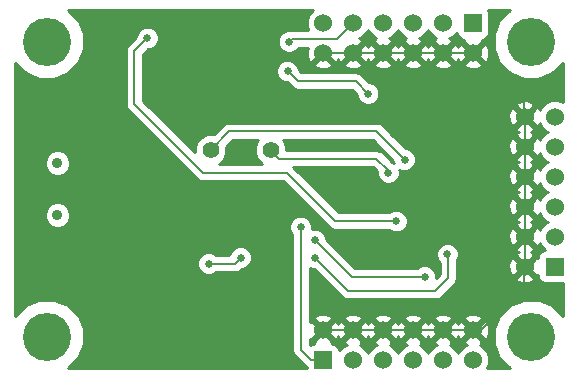
<source format=gbl>
G04 (created by PCBNEW-RS274X (2012-01-19 BZR 3256)-stable) date Fri 05 Oct 2012 12:09:18 PM NZDT*
G01*
G70*
G90*
%MOIN*%
G04 Gerber Fmt 3.4, Leading zero omitted, Abs format*
%FSLAX34Y34*%
G04 APERTURE LIST*
%ADD10C,0.006000*%
%ADD11C,0.056000*%
%ADD12R,0.060000X0.060000*%
%ADD13C,0.060000*%
%ADD14C,0.160000*%
%ADD15C,0.035400*%
%ADD16C,0.025600*%
%ADD17C,0.035000*%
%ADD18C,0.008000*%
%ADD19C,0.010000*%
G04 APERTURE END LIST*
G54D10*
G54D11*
X36823Y-24995D03*
X38823Y-24995D03*
G54D12*
X48296Y-28877D03*
G54D13*
X47296Y-28877D03*
X48296Y-27877D03*
X47296Y-27877D03*
X48296Y-26877D03*
X47296Y-26877D03*
X48296Y-25877D03*
X47296Y-25877D03*
X48296Y-24877D03*
X47296Y-24877D03*
X48296Y-23877D03*
X47296Y-23877D03*
G54D12*
X40571Y-31995D03*
G54D13*
X40571Y-30995D03*
X41571Y-31995D03*
X41571Y-30995D03*
X42571Y-31995D03*
X42571Y-30995D03*
X43571Y-31995D03*
X43571Y-30995D03*
X44571Y-31995D03*
X44571Y-30995D03*
X45571Y-31995D03*
X45571Y-30995D03*
G54D12*
X45571Y-20759D03*
G54D13*
X45571Y-21759D03*
X44571Y-20759D03*
X44571Y-21759D03*
X43571Y-20759D03*
X43571Y-21759D03*
X42571Y-20759D03*
X42571Y-21759D03*
X41571Y-20759D03*
X41571Y-21759D03*
X40571Y-20759D03*
X40571Y-21759D03*
G54D14*
X47508Y-31216D03*
X31366Y-21374D03*
X47508Y-21374D03*
X31366Y-31216D03*
G54D15*
X31720Y-27161D03*
X31720Y-25429D03*
G54D16*
X44713Y-28460D03*
X40303Y-28578D03*
X40303Y-27988D03*
X43965Y-29208D03*
X39437Y-21374D03*
X39397Y-22358D03*
X42075Y-23106D03*
X34712Y-21256D03*
X43020Y-27358D03*
X39831Y-27554D03*
X30775Y-23146D03*
X32941Y-31807D03*
X30775Y-29642D03*
X38138Y-31965D03*
X35303Y-20587D03*
X33138Y-20783D03*
X39437Y-31453D03*
X33610Y-28303D03*
X33610Y-28933D03*
X37823Y-27200D03*
X36288Y-23421D03*
X40303Y-29130D03*
X40579Y-24760D03*
X40579Y-23421D03*
X41327Y-24760D03*
X34752Y-26216D03*
G54D17*
X37862Y-24957D03*
G54D16*
X39673Y-23421D03*
X41366Y-23421D03*
X43295Y-25310D03*
X36760Y-28775D03*
X37823Y-28578D03*
X42744Y-25743D03*
G54D18*
X44320Y-29680D02*
X41405Y-29680D01*
X44752Y-29248D02*
X44320Y-29680D01*
X44752Y-28499D02*
X44752Y-29248D01*
X44713Y-28460D02*
X44752Y-28499D01*
X41405Y-29680D02*
X40303Y-28578D01*
X40304Y-27988D02*
X40303Y-27988D01*
X41524Y-29208D02*
X40304Y-27988D01*
X43965Y-29208D02*
X41524Y-29208D01*
X41043Y-21287D02*
X39524Y-21287D01*
X39524Y-21287D02*
X39437Y-21374D01*
X41035Y-21295D02*
X41043Y-21287D01*
X41043Y-21287D02*
X41571Y-20759D01*
X39732Y-22693D02*
X39397Y-22358D01*
X41662Y-22693D02*
X42075Y-23106D01*
X41642Y-22673D02*
X41662Y-22693D01*
X41662Y-22693D02*
X39732Y-22693D01*
X41563Y-27358D02*
X40972Y-27358D01*
X34279Y-21689D02*
X34712Y-21256D01*
X34279Y-23460D02*
X34279Y-21689D01*
X36563Y-25744D02*
X34279Y-23460D01*
X39358Y-25744D02*
X36563Y-25744D01*
X40972Y-27358D02*
X39358Y-25744D01*
X43020Y-27358D02*
X41563Y-27358D01*
X41563Y-27358D02*
X41524Y-27358D01*
X40177Y-31995D02*
X39831Y-31649D01*
X39831Y-31649D02*
X39831Y-27554D01*
X40571Y-31995D02*
X40177Y-31995D01*
X32351Y-29642D02*
X30775Y-29642D01*
X32941Y-30232D02*
X32351Y-29642D01*
X32941Y-31807D02*
X32941Y-30232D01*
X30775Y-29642D02*
X30775Y-23146D01*
X33138Y-20783D02*
X33334Y-20587D01*
X35303Y-20587D02*
X33334Y-20587D01*
X39437Y-31453D02*
X39437Y-31492D01*
X40571Y-21759D02*
X41571Y-21759D01*
X45658Y-21759D02*
X45571Y-21759D01*
X44571Y-21759D02*
X45571Y-21759D01*
X44571Y-30995D02*
X45571Y-30995D01*
X45571Y-30995D02*
X45586Y-30980D01*
X47296Y-26877D02*
X47296Y-27877D01*
X47296Y-27877D02*
X47296Y-28877D01*
X47296Y-28877D02*
X47272Y-28901D01*
X47272Y-28901D02*
X47272Y-29562D01*
X47272Y-29562D02*
X45839Y-30995D01*
X45839Y-30995D02*
X45571Y-30995D01*
X43571Y-21759D02*
X44571Y-21759D01*
X42571Y-21759D02*
X43571Y-21759D01*
X40571Y-30995D02*
X41571Y-30995D01*
X41571Y-30995D02*
X42571Y-30995D01*
X42571Y-30995D02*
X43571Y-30995D01*
X43571Y-30995D02*
X44571Y-30995D01*
X41571Y-21759D02*
X42571Y-21759D01*
X37823Y-27200D02*
X35146Y-27200D01*
X41327Y-24760D02*
X40579Y-24760D01*
X34752Y-26806D02*
X34752Y-26216D01*
X35146Y-27200D02*
X34752Y-26806D01*
X36288Y-23421D02*
X36272Y-23405D01*
X47284Y-23385D02*
X45658Y-21759D01*
X47284Y-23865D02*
X47284Y-23385D01*
X47296Y-23877D02*
X47284Y-23865D01*
X47296Y-24877D02*
X47296Y-23877D01*
X47296Y-26877D02*
X47296Y-25877D01*
X47296Y-25877D02*
X47296Y-24877D01*
X40579Y-23421D02*
X41366Y-23421D01*
X39673Y-23421D02*
X40579Y-23421D01*
X43295Y-25310D02*
X42350Y-24365D01*
X42350Y-24365D02*
X37453Y-24365D01*
X37453Y-24365D02*
X36823Y-24995D01*
X37626Y-28775D02*
X36760Y-28775D01*
X37823Y-28578D02*
X37626Y-28775D01*
X42744Y-25743D02*
X42744Y-25666D01*
X39100Y-25272D02*
X38823Y-24995D01*
X42350Y-25272D02*
X39100Y-25272D01*
X42744Y-25666D02*
X42350Y-25272D01*
G54D10*
G36*
X38546Y-25454D02*
X37098Y-25454D01*
X37123Y-25444D01*
X37272Y-25296D01*
X37353Y-25101D01*
X37353Y-24890D01*
X37348Y-24879D01*
X37573Y-24655D01*
X38413Y-24655D01*
X38374Y-24694D01*
X38293Y-24889D01*
X38293Y-25100D01*
X38374Y-25295D01*
X38522Y-25444D01*
X38546Y-25454D01*
X38546Y-25454D01*
G37*
G54D19*
X38546Y-25454D02*
X37098Y-25454D01*
X37123Y-25444D01*
X37272Y-25296D01*
X37353Y-25101D01*
X37353Y-24890D01*
X37348Y-24879D01*
X37573Y-24655D01*
X38413Y-24655D01*
X38374Y-24694D01*
X38293Y-24889D01*
X38293Y-25100D01*
X38374Y-25295D01*
X38522Y-25444D01*
X38546Y-25454D01*
G54D10*
G36*
X42927Y-25410D02*
X42877Y-25389D01*
X42555Y-25067D01*
X42461Y-25004D01*
X42350Y-24982D01*
X39353Y-24982D01*
X39353Y-24890D01*
X39272Y-24695D01*
X39232Y-24655D01*
X42230Y-24655D01*
X42917Y-25342D01*
X42917Y-25385D01*
X42927Y-25410D01*
X42927Y-25410D01*
G37*
G54D19*
X42927Y-25410D02*
X42877Y-25389D01*
X42555Y-25067D01*
X42461Y-25004D01*
X42350Y-24982D01*
X39353Y-24982D01*
X39353Y-24890D01*
X39272Y-24695D01*
X39232Y-24655D01*
X42230Y-24655D01*
X42917Y-25342D01*
X42917Y-25385D01*
X42927Y-25410D01*
G54D10*
G36*
X48561Y-30510D02*
X48214Y-30162D01*
X47757Y-29973D01*
X47604Y-29972D01*
X47604Y-29255D01*
X47296Y-28948D01*
X47225Y-29018D01*
X47225Y-28877D01*
X46918Y-28569D01*
X46824Y-28596D01*
X46753Y-28798D01*
X46764Y-29011D01*
X46824Y-29158D01*
X46918Y-29185D01*
X47225Y-28877D01*
X47225Y-29018D01*
X46988Y-29255D01*
X47015Y-29349D01*
X47217Y-29420D01*
X47430Y-29409D01*
X47577Y-29349D01*
X47604Y-29255D01*
X47604Y-29972D01*
X47262Y-29972D01*
X46805Y-30161D01*
X46454Y-30510D01*
X46265Y-30967D01*
X46264Y-31462D01*
X46453Y-31919D01*
X46801Y-32269D01*
X46051Y-32269D01*
X46120Y-32104D01*
X46120Y-31886D01*
X46114Y-31871D01*
X46114Y-31074D01*
X46114Y-21838D01*
X46103Y-21625D01*
X46043Y-21478D01*
X45949Y-21451D01*
X45642Y-21759D01*
X45949Y-22067D01*
X46043Y-22040D01*
X46114Y-21838D01*
X46114Y-31074D01*
X46103Y-30861D01*
X46043Y-30714D01*
X45949Y-30687D01*
X45879Y-30757D01*
X45879Y-30617D01*
X45879Y-22137D01*
X45571Y-21830D01*
X45500Y-21900D01*
X45500Y-21759D01*
X45193Y-21451D01*
X45099Y-21478D01*
X45073Y-21551D01*
X45043Y-21478D01*
X44949Y-21451D01*
X44642Y-21759D01*
X44949Y-22067D01*
X45043Y-22040D01*
X45068Y-21966D01*
X45099Y-22040D01*
X45193Y-22067D01*
X45500Y-21759D01*
X45500Y-21900D01*
X45263Y-22137D01*
X45290Y-22231D01*
X45492Y-22302D01*
X45705Y-22291D01*
X45852Y-22231D01*
X45879Y-22137D01*
X45879Y-30617D01*
X45852Y-30523D01*
X45650Y-30452D01*
X45437Y-30463D01*
X45290Y-30523D01*
X45263Y-30617D01*
X45571Y-30924D01*
X45879Y-30617D01*
X45879Y-30757D01*
X45642Y-30995D01*
X45949Y-31303D01*
X46043Y-31276D01*
X46114Y-31074D01*
X46114Y-31871D01*
X46036Y-31684D01*
X45882Y-31530D01*
X45790Y-31492D01*
X45852Y-31467D01*
X45879Y-31373D01*
X45571Y-31066D01*
X45500Y-31136D01*
X45500Y-30995D01*
X45193Y-30687D01*
X45099Y-30714D01*
X45073Y-30787D01*
X45043Y-30714D01*
X44949Y-30687D01*
X44879Y-30757D01*
X44879Y-30617D01*
X44852Y-30523D01*
X44650Y-30452D01*
X44437Y-30463D01*
X44290Y-30523D01*
X44263Y-30617D01*
X44571Y-30924D01*
X44879Y-30617D01*
X44879Y-30757D01*
X44642Y-30995D01*
X44949Y-31303D01*
X45043Y-31276D01*
X45068Y-31202D01*
X45099Y-31276D01*
X45193Y-31303D01*
X45500Y-30995D01*
X45500Y-31136D01*
X45263Y-31373D01*
X45290Y-31467D01*
X45355Y-31490D01*
X45260Y-31530D01*
X45106Y-31684D01*
X45071Y-31768D01*
X45036Y-31684D01*
X44882Y-31530D01*
X44790Y-31492D01*
X44852Y-31467D01*
X44879Y-31373D01*
X44571Y-31066D01*
X44500Y-31136D01*
X44500Y-30995D01*
X44193Y-30687D01*
X44099Y-30714D01*
X44073Y-30787D01*
X44043Y-30714D01*
X43949Y-30687D01*
X43879Y-30757D01*
X43879Y-30617D01*
X43852Y-30523D01*
X43650Y-30452D01*
X43437Y-30463D01*
X43290Y-30523D01*
X43263Y-30617D01*
X43571Y-30924D01*
X43879Y-30617D01*
X43879Y-30757D01*
X43642Y-30995D01*
X43949Y-31303D01*
X44043Y-31276D01*
X44068Y-31202D01*
X44099Y-31276D01*
X44193Y-31303D01*
X44500Y-30995D01*
X44500Y-31136D01*
X44263Y-31373D01*
X44290Y-31467D01*
X44355Y-31490D01*
X44260Y-31530D01*
X44106Y-31684D01*
X44071Y-31768D01*
X44036Y-31684D01*
X43882Y-31530D01*
X43790Y-31492D01*
X43852Y-31467D01*
X43879Y-31373D01*
X43571Y-31066D01*
X43500Y-31136D01*
X43500Y-30995D01*
X43193Y-30687D01*
X43099Y-30714D01*
X43073Y-30787D01*
X43043Y-30714D01*
X42949Y-30687D01*
X42879Y-30757D01*
X42879Y-30617D01*
X42852Y-30523D01*
X42650Y-30452D01*
X42437Y-30463D01*
X42290Y-30523D01*
X42263Y-30617D01*
X42571Y-30924D01*
X42879Y-30617D01*
X42879Y-30757D01*
X42642Y-30995D01*
X42949Y-31303D01*
X43043Y-31276D01*
X43068Y-31202D01*
X43099Y-31276D01*
X43193Y-31303D01*
X43500Y-30995D01*
X43500Y-31136D01*
X43263Y-31373D01*
X43290Y-31467D01*
X43355Y-31490D01*
X43260Y-31530D01*
X43106Y-31684D01*
X43071Y-31768D01*
X43036Y-31684D01*
X42882Y-31530D01*
X42790Y-31492D01*
X42852Y-31467D01*
X42879Y-31373D01*
X42571Y-31066D01*
X42500Y-31136D01*
X42500Y-30995D01*
X42193Y-30687D01*
X42099Y-30714D01*
X42073Y-30787D01*
X42043Y-30714D01*
X41949Y-30687D01*
X41879Y-30757D01*
X41879Y-30617D01*
X41852Y-30523D01*
X41650Y-30452D01*
X41437Y-30463D01*
X41290Y-30523D01*
X41263Y-30617D01*
X41571Y-30924D01*
X41879Y-30617D01*
X41879Y-30757D01*
X41642Y-30995D01*
X41949Y-31303D01*
X42043Y-31276D01*
X42068Y-31202D01*
X42099Y-31276D01*
X42193Y-31303D01*
X42500Y-30995D01*
X42500Y-31136D01*
X42263Y-31373D01*
X42290Y-31467D01*
X42355Y-31490D01*
X42260Y-31530D01*
X42106Y-31684D01*
X42071Y-31768D01*
X42036Y-31684D01*
X41882Y-31530D01*
X41790Y-31492D01*
X41852Y-31467D01*
X41879Y-31373D01*
X41571Y-31066D01*
X41500Y-31136D01*
X41500Y-30995D01*
X41193Y-30687D01*
X41099Y-30714D01*
X41073Y-30787D01*
X41043Y-30714D01*
X40949Y-30687D01*
X40879Y-30757D01*
X40879Y-30617D01*
X40852Y-30523D01*
X40650Y-30452D01*
X40437Y-30463D01*
X40290Y-30523D01*
X40263Y-30617D01*
X40571Y-30924D01*
X40879Y-30617D01*
X40879Y-30757D01*
X40642Y-30995D01*
X40949Y-31303D01*
X41043Y-31276D01*
X41068Y-31202D01*
X41099Y-31276D01*
X41193Y-31303D01*
X41500Y-30995D01*
X41500Y-31136D01*
X41263Y-31373D01*
X41290Y-31467D01*
X41355Y-31490D01*
X41260Y-31530D01*
X41120Y-31670D01*
X41120Y-31646D01*
X41082Y-31554D01*
X41012Y-31484D01*
X40921Y-31446D01*
X40858Y-31446D01*
X40879Y-31373D01*
X40571Y-31066D01*
X40263Y-31373D01*
X40283Y-31446D01*
X40222Y-31446D01*
X40130Y-31484D01*
X40121Y-31493D01*
X40121Y-31282D01*
X40193Y-31303D01*
X40500Y-30995D01*
X40193Y-30687D01*
X40121Y-30707D01*
X40121Y-28911D01*
X40228Y-28956D01*
X40271Y-28956D01*
X41200Y-29885D01*
X41294Y-29948D01*
X41405Y-29970D01*
X44320Y-29970D01*
X44431Y-29948D01*
X44525Y-29885D01*
X44956Y-29454D01*
X44956Y-29453D01*
X44957Y-29453D01*
X45019Y-29360D01*
X45020Y-29359D01*
X45041Y-29249D01*
X45042Y-29248D01*
X45042Y-28652D01*
X45091Y-28535D01*
X45091Y-28385D01*
X45034Y-28246D01*
X44927Y-28140D01*
X44879Y-28119D01*
X44879Y-22137D01*
X44571Y-21830D01*
X44500Y-21900D01*
X44500Y-21759D01*
X44193Y-21451D01*
X44099Y-21478D01*
X44073Y-21551D01*
X44043Y-21478D01*
X43949Y-21451D01*
X43642Y-21759D01*
X43949Y-22067D01*
X44043Y-22040D01*
X44068Y-21966D01*
X44099Y-22040D01*
X44193Y-22067D01*
X44500Y-21759D01*
X44500Y-21900D01*
X44263Y-22137D01*
X44290Y-22231D01*
X44492Y-22302D01*
X44705Y-22291D01*
X44852Y-22231D01*
X44879Y-22137D01*
X44879Y-28119D01*
X44788Y-28082D01*
X44638Y-28082D01*
X44499Y-28139D01*
X44393Y-28246D01*
X44335Y-28385D01*
X44335Y-28535D01*
X44392Y-28674D01*
X44462Y-28743D01*
X44462Y-29128D01*
X44343Y-29247D01*
X44343Y-29133D01*
X44286Y-28994D01*
X44179Y-28888D01*
X44040Y-28830D01*
X43890Y-28830D01*
X43879Y-28834D01*
X43879Y-22137D01*
X43571Y-21830D01*
X43500Y-21900D01*
X43500Y-21759D01*
X43193Y-21451D01*
X43099Y-21478D01*
X43073Y-21551D01*
X43043Y-21478D01*
X42949Y-21451D01*
X42642Y-21759D01*
X42949Y-22067D01*
X43043Y-22040D01*
X43068Y-21966D01*
X43099Y-22040D01*
X43193Y-22067D01*
X43500Y-21759D01*
X43500Y-21900D01*
X43263Y-22137D01*
X43290Y-22231D01*
X43492Y-22302D01*
X43705Y-22291D01*
X43852Y-22231D01*
X43879Y-22137D01*
X43879Y-28834D01*
X43751Y-28887D01*
X43720Y-28918D01*
X43673Y-28918D01*
X43673Y-25385D01*
X43673Y-25235D01*
X43616Y-25096D01*
X43509Y-24990D01*
X43370Y-24932D01*
X43327Y-24932D01*
X42879Y-24484D01*
X42879Y-22137D01*
X42571Y-21830D01*
X42500Y-21900D01*
X42500Y-21759D01*
X42193Y-21451D01*
X42099Y-21478D01*
X42073Y-21551D01*
X42043Y-21478D01*
X41949Y-21451D01*
X41642Y-21759D01*
X41949Y-22067D01*
X42043Y-22040D01*
X42068Y-21966D01*
X42099Y-22040D01*
X42193Y-22067D01*
X42500Y-21759D01*
X42500Y-21900D01*
X42263Y-22137D01*
X42290Y-22231D01*
X42492Y-22302D01*
X42705Y-22291D01*
X42852Y-22231D01*
X42879Y-22137D01*
X42879Y-24484D01*
X42555Y-24160D01*
X42461Y-24097D01*
X42453Y-24095D01*
X42453Y-23181D01*
X42453Y-23031D01*
X42396Y-22892D01*
X42289Y-22786D01*
X42150Y-22728D01*
X42107Y-22728D01*
X41879Y-22500D01*
X41879Y-22137D01*
X41571Y-21830D01*
X41263Y-22137D01*
X41290Y-22231D01*
X41492Y-22302D01*
X41705Y-22291D01*
X41852Y-22231D01*
X41879Y-22137D01*
X41879Y-22500D01*
X41867Y-22488D01*
X41847Y-22468D01*
X41753Y-22405D01*
X41642Y-22383D01*
X41541Y-22403D01*
X40879Y-22403D01*
X40879Y-22137D01*
X40571Y-21830D01*
X40263Y-22137D01*
X40290Y-22231D01*
X40492Y-22302D01*
X40705Y-22291D01*
X40852Y-22231D01*
X40879Y-22137D01*
X40879Y-22403D01*
X39852Y-22403D01*
X39775Y-22325D01*
X39775Y-22283D01*
X39718Y-22144D01*
X39611Y-22038D01*
X39472Y-21980D01*
X39322Y-21980D01*
X39183Y-22037D01*
X39077Y-22144D01*
X39019Y-22283D01*
X39019Y-22433D01*
X39076Y-22572D01*
X39183Y-22678D01*
X39322Y-22736D01*
X39364Y-22736D01*
X39526Y-22898D01*
X39527Y-22898D01*
X39589Y-22939D01*
X39620Y-22960D01*
X39621Y-22961D01*
X39731Y-22982D01*
X39732Y-22983D01*
X41542Y-22983D01*
X41697Y-23138D01*
X41697Y-23181D01*
X41754Y-23320D01*
X41861Y-23426D01*
X42000Y-23484D01*
X42150Y-23484D01*
X42289Y-23427D01*
X42395Y-23320D01*
X42453Y-23181D01*
X42453Y-24095D01*
X42350Y-24075D01*
X37453Y-24075D01*
X37342Y-24097D01*
X37248Y-24160D01*
X37247Y-24160D01*
X37247Y-24161D01*
X36938Y-24469D01*
X36929Y-24465D01*
X36718Y-24465D01*
X36523Y-24546D01*
X36374Y-24694D01*
X36293Y-24889D01*
X36293Y-25064D01*
X34569Y-23340D01*
X34569Y-21809D01*
X34744Y-21634D01*
X34787Y-21634D01*
X34926Y-21577D01*
X35032Y-21470D01*
X35090Y-21331D01*
X35090Y-21181D01*
X35033Y-21042D01*
X34926Y-20936D01*
X34787Y-20878D01*
X34637Y-20878D01*
X34498Y-20935D01*
X34392Y-21042D01*
X34334Y-21181D01*
X34334Y-21224D01*
X34074Y-21484D01*
X34011Y-21578D01*
X33989Y-21689D01*
X33989Y-23460D01*
X34011Y-23571D01*
X34074Y-23665D01*
X36358Y-25949D01*
X36452Y-26012D01*
X36563Y-26034D01*
X39238Y-26034D01*
X40767Y-27563D01*
X40861Y-27626D01*
X40972Y-27648D01*
X41524Y-27648D01*
X41563Y-27648D01*
X42775Y-27648D01*
X42806Y-27678D01*
X42945Y-27736D01*
X43095Y-27736D01*
X43234Y-27679D01*
X43340Y-27572D01*
X43398Y-27433D01*
X43398Y-27283D01*
X43341Y-27144D01*
X43234Y-27038D01*
X43095Y-26980D01*
X42945Y-26980D01*
X42806Y-27037D01*
X42775Y-27068D01*
X41563Y-27068D01*
X41524Y-27068D01*
X41092Y-27068D01*
X39586Y-25562D01*
X42230Y-25562D01*
X42366Y-25698D01*
X42366Y-25818D01*
X42423Y-25957D01*
X42530Y-26063D01*
X42669Y-26121D01*
X42819Y-26121D01*
X42958Y-26064D01*
X43064Y-25957D01*
X43122Y-25818D01*
X43122Y-25668D01*
X43111Y-25642D01*
X43220Y-25688D01*
X43370Y-25688D01*
X43509Y-25631D01*
X43615Y-25524D01*
X43673Y-25385D01*
X43673Y-28918D01*
X41644Y-28918D01*
X40681Y-27955D01*
X40681Y-27913D01*
X40624Y-27774D01*
X40517Y-27668D01*
X40378Y-27610D01*
X40228Y-27610D01*
X40209Y-27617D01*
X40209Y-27479D01*
X40152Y-27340D01*
X40045Y-27234D01*
X39906Y-27176D01*
X39756Y-27176D01*
X39617Y-27233D01*
X39511Y-27340D01*
X39453Y-27479D01*
X39453Y-27629D01*
X39510Y-27768D01*
X39541Y-27798D01*
X39541Y-31649D01*
X39563Y-31760D01*
X39626Y-31854D01*
X39972Y-32200D01*
X40022Y-32233D01*
X40022Y-32269D01*
X38201Y-32269D01*
X38201Y-28653D01*
X38201Y-28503D01*
X38144Y-28364D01*
X38037Y-28258D01*
X37898Y-28200D01*
X37748Y-28200D01*
X37609Y-28257D01*
X37503Y-28364D01*
X37452Y-28485D01*
X37004Y-28485D01*
X36974Y-28455D01*
X36835Y-28397D01*
X36685Y-28397D01*
X36546Y-28454D01*
X36440Y-28561D01*
X36382Y-28700D01*
X36382Y-28850D01*
X36439Y-28989D01*
X36546Y-29095D01*
X36685Y-29153D01*
X36835Y-29153D01*
X36974Y-29096D01*
X37004Y-29065D01*
X37626Y-29065D01*
X37737Y-29043D01*
X37831Y-28980D01*
X37855Y-28956D01*
X37898Y-28956D01*
X38037Y-28899D01*
X38143Y-28792D01*
X38201Y-28653D01*
X38201Y-32269D01*
X32071Y-32269D01*
X32420Y-31922D01*
X32609Y-31465D01*
X32610Y-30970D01*
X32421Y-30513D01*
X32147Y-30237D01*
X32147Y-27247D01*
X32147Y-27077D01*
X32147Y-25515D01*
X32147Y-25345D01*
X32082Y-25188D01*
X31963Y-25068D01*
X31806Y-25002D01*
X31636Y-25002D01*
X31479Y-25067D01*
X31359Y-25186D01*
X31293Y-25343D01*
X31293Y-25513D01*
X31358Y-25670D01*
X31477Y-25790D01*
X31634Y-25856D01*
X31804Y-25856D01*
X31961Y-25791D01*
X32081Y-25672D01*
X32147Y-25515D01*
X32147Y-27077D01*
X32082Y-26920D01*
X31963Y-26800D01*
X31806Y-26734D01*
X31636Y-26734D01*
X31479Y-26799D01*
X31359Y-26918D01*
X31293Y-27075D01*
X31293Y-27245D01*
X31358Y-27402D01*
X31477Y-27522D01*
X31634Y-27588D01*
X31804Y-27588D01*
X31961Y-27523D01*
X32081Y-27404D01*
X32147Y-27247D01*
X32147Y-30237D01*
X32072Y-30162D01*
X31615Y-29973D01*
X31120Y-29972D01*
X30663Y-30161D01*
X30313Y-30509D01*
X30313Y-22079D01*
X30660Y-22428D01*
X31117Y-22617D01*
X31612Y-22618D01*
X32069Y-22429D01*
X32420Y-22080D01*
X32609Y-21623D01*
X32610Y-21128D01*
X32421Y-20671D01*
X32072Y-20321D01*
X40233Y-20321D01*
X40106Y-20448D01*
X40022Y-20650D01*
X40022Y-20868D01*
X40075Y-20997D01*
X39524Y-20997D01*
X39517Y-20998D01*
X39512Y-20996D01*
X39362Y-20996D01*
X39223Y-21053D01*
X39117Y-21160D01*
X39059Y-21299D01*
X39059Y-21449D01*
X39116Y-21588D01*
X39223Y-21694D01*
X39362Y-21752D01*
X39512Y-21752D01*
X39651Y-21695D01*
X39757Y-21588D01*
X39761Y-21577D01*
X40064Y-21577D01*
X40028Y-21680D01*
X40039Y-21893D01*
X40099Y-22040D01*
X40193Y-22067D01*
X40465Y-21794D01*
X40500Y-21759D01*
X40571Y-21688D01*
X40642Y-21759D01*
X40677Y-21794D01*
X40949Y-22067D01*
X41043Y-22040D01*
X41068Y-21966D01*
X41099Y-22040D01*
X41193Y-22067D01*
X41465Y-21794D01*
X41500Y-21759D01*
X41571Y-21688D01*
X41606Y-21653D01*
X41879Y-21381D01*
X41852Y-21287D01*
X41786Y-21263D01*
X41882Y-21224D01*
X42036Y-21070D01*
X42071Y-20985D01*
X42106Y-21070D01*
X42260Y-21224D01*
X42351Y-21261D01*
X42290Y-21287D01*
X42263Y-21381D01*
X42571Y-21688D01*
X42879Y-21381D01*
X42852Y-21287D01*
X42786Y-21263D01*
X42882Y-21224D01*
X43036Y-21070D01*
X43071Y-20985D01*
X43106Y-21070D01*
X43260Y-21224D01*
X43351Y-21261D01*
X43290Y-21287D01*
X43263Y-21381D01*
X43571Y-21688D01*
X43879Y-21381D01*
X43852Y-21287D01*
X43786Y-21263D01*
X43882Y-21224D01*
X44036Y-21070D01*
X44071Y-20985D01*
X44106Y-21070D01*
X44260Y-21224D01*
X44351Y-21261D01*
X44290Y-21287D01*
X44263Y-21381D01*
X44571Y-21688D01*
X44879Y-21381D01*
X44852Y-21287D01*
X44786Y-21263D01*
X44882Y-21224D01*
X45022Y-21084D01*
X45022Y-21108D01*
X45060Y-21200D01*
X45130Y-21270D01*
X45221Y-21308D01*
X45283Y-21308D01*
X45263Y-21381D01*
X45571Y-21688D01*
X45879Y-21381D01*
X45858Y-21308D01*
X45920Y-21308D01*
X46012Y-21270D01*
X46082Y-21200D01*
X46120Y-21109D01*
X46120Y-21010D01*
X46120Y-20410D01*
X46083Y-20321D01*
X46802Y-20321D01*
X46454Y-20668D01*
X46265Y-21125D01*
X46264Y-21620D01*
X46453Y-22077D01*
X46802Y-22428D01*
X47259Y-22617D01*
X47754Y-22618D01*
X48211Y-22429D01*
X48561Y-22080D01*
X48561Y-23392D01*
X48405Y-23328D01*
X48187Y-23328D01*
X47985Y-23412D01*
X47831Y-23566D01*
X47793Y-23657D01*
X47768Y-23596D01*
X47674Y-23569D01*
X47604Y-23639D01*
X47604Y-23499D01*
X47577Y-23405D01*
X47375Y-23334D01*
X47162Y-23345D01*
X47015Y-23405D01*
X46988Y-23499D01*
X47296Y-23806D01*
X47604Y-23499D01*
X47604Y-23639D01*
X47367Y-23877D01*
X47674Y-24185D01*
X47768Y-24158D01*
X47791Y-24092D01*
X47831Y-24188D01*
X47985Y-24342D01*
X48069Y-24377D01*
X47985Y-24412D01*
X47831Y-24566D01*
X47793Y-24657D01*
X47768Y-24596D01*
X47674Y-24569D01*
X47604Y-24639D01*
X47604Y-24499D01*
X47577Y-24405D01*
X47503Y-24379D01*
X47577Y-24349D01*
X47604Y-24255D01*
X47296Y-23948D01*
X47225Y-24018D01*
X47225Y-23877D01*
X46918Y-23569D01*
X46824Y-23596D01*
X46753Y-23798D01*
X46764Y-24011D01*
X46824Y-24158D01*
X46918Y-24185D01*
X47225Y-23877D01*
X47225Y-24018D01*
X46988Y-24255D01*
X47015Y-24349D01*
X47088Y-24374D01*
X47015Y-24405D01*
X46988Y-24499D01*
X47296Y-24806D01*
X47604Y-24499D01*
X47604Y-24639D01*
X47367Y-24877D01*
X47674Y-25185D01*
X47768Y-25158D01*
X47791Y-25092D01*
X47831Y-25188D01*
X47985Y-25342D01*
X48069Y-25377D01*
X47985Y-25412D01*
X47831Y-25566D01*
X47793Y-25657D01*
X47768Y-25596D01*
X47674Y-25569D01*
X47604Y-25639D01*
X47604Y-25499D01*
X47577Y-25405D01*
X47503Y-25379D01*
X47577Y-25349D01*
X47604Y-25255D01*
X47296Y-24948D01*
X47225Y-25018D01*
X47225Y-24877D01*
X46918Y-24569D01*
X46824Y-24596D01*
X46753Y-24798D01*
X46764Y-25011D01*
X46824Y-25158D01*
X46918Y-25185D01*
X47225Y-24877D01*
X47225Y-25018D01*
X46988Y-25255D01*
X47015Y-25349D01*
X47088Y-25374D01*
X47015Y-25405D01*
X46988Y-25499D01*
X47296Y-25806D01*
X47604Y-25499D01*
X47604Y-25639D01*
X47367Y-25877D01*
X47674Y-26185D01*
X47768Y-26158D01*
X47791Y-26092D01*
X47831Y-26188D01*
X47985Y-26342D01*
X48069Y-26377D01*
X47985Y-26412D01*
X47831Y-26566D01*
X47793Y-26657D01*
X47768Y-26596D01*
X47674Y-26569D01*
X47604Y-26639D01*
X47604Y-26499D01*
X47577Y-26405D01*
X47503Y-26379D01*
X47577Y-26349D01*
X47604Y-26255D01*
X47296Y-25948D01*
X47225Y-26018D01*
X47225Y-25877D01*
X46918Y-25569D01*
X46824Y-25596D01*
X46753Y-25798D01*
X46764Y-26011D01*
X46824Y-26158D01*
X46918Y-26185D01*
X47225Y-25877D01*
X47225Y-26018D01*
X46988Y-26255D01*
X47015Y-26349D01*
X47088Y-26374D01*
X47015Y-26405D01*
X46988Y-26499D01*
X47296Y-26806D01*
X47604Y-26499D01*
X47604Y-26639D01*
X47367Y-26877D01*
X47674Y-27185D01*
X47768Y-27158D01*
X47791Y-27092D01*
X47831Y-27188D01*
X47985Y-27342D01*
X48069Y-27377D01*
X47985Y-27412D01*
X47831Y-27566D01*
X47793Y-27657D01*
X47768Y-27596D01*
X47674Y-27569D01*
X47604Y-27639D01*
X47604Y-27499D01*
X47577Y-27405D01*
X47503Y-27379D01*
X47577Y-27349D01*
X47604Y-27255D01*
X47296Y-26948D01*
X47225Y-27018D01*
X47225Y-26877D01*
X46918Y-26569D01*
X46824Y-26596D01*
X46753Y-26798D01*
X46764Y-27011D01*
X46824Y-27158D01*
X46918Y-27185D01*
X47225Y-26877D01*
X47225Y-27018D01*
X46988Y-27255D01*
X47015Y-27349D01*
X47088Y-27374D01*
X47015Y-27405D01*
X46988Y-27499D01*
X47296Y-27806D01*
X47604Y-27499D01*
X47604Y-27639D01*
X47367Y-27877D01*
X47674Y-28185D01*
X47768Y-28158D01*
X47791Y-28092D01*
X47831Y-28188D01*
X47971Y-28328D01*
X47947Y-28328D01*
X47855Y-28366D01*
X47785Y-28436D01*
X47747Y-28527D01*
X47747Y-28589D01*
X47674Y-28569D01*
X47604Y-28639D01*
X47604Y-28499D01*
X47577Y-28405D01*
X47503Y-28379D01*
X47577Y-28349D01*
X47604Y-28255D01*
X47296Y-27948D01*
X47225Y-28018D01*
X47225Y-27877D01*
X46918Y-27569D01*
X46824Y-27596D01*
X46753Y-27798D01*
X46764Y-28011D01*
X46824Y-28158D01*
X46918Y-28185D01*
X47225Y-27877D01*
X47225Y-28018D01*
X46988Y-28255D01*
X47015Y-28349D01*
X47088Y-28374D01*
X47015Y-28405D01*
X46988Y-28499D01*
X47296Y-28806D01*
X47604Y-28499D01*
X47604Y-28639D01*
X47367Y-28877D01*
X47674Y-29185D01*
X47747Y-29164D01*
X47747Y-29226D01*
X47785Y-29318D01*
X47855Y-29388D01*
X47946Y-29426D01*
X48045Y-29426D01*
X48561Y-29426D01*
X48561Y-30510D01*
X48561Y-30510D01*
G37*
G54D19*
X48561Y-30510D02*
X48214Y-30162D01*
X47757Y-29973D01*
X47604Y-29972D01*
X47604Y-29255D01*
X47296Y-28948D01*
X47225Y-29018D01*
X47225Y-28877D01*
X46918Y-28569D01*
X46824Y-28596D01*
X46753Y-28798D01*
X46764Y-29011D01*
X46824Y-29158D01*
X46918Y-29185D01*
X47225Y-28877D01*
X47225Y-29018D01*
X46988Y-29255D01*
X47015Y-29349D01*
X47217Y-29420D01*
X47430Y-29409D01*
X47577Y-29349D01*
X47604Y-29255D01*
X47604Y-29972D01*
X47262Y-29972D01*
X46805Y-30161D01*
X46454Y-30510D01*
X46265Y-30967D01*
X46264Y-31462D01*
X46453Y-31919D01*
X46801Y-32269D01*
X46051Y-32269D01*
X46120Y-32104D01*
X46120Y-31886D01*
X46114Y-31871D01*
X46114Y-31074D01*
X46114Y-21838D01*
X46103Y-21625D01*
X46043Y-21478D01*
X45949Y-21451D01*
X45642Y-21759D01*
X45949Y-22067D01*
X46043Y-22040D01*
X46114Y-21838D01*
X46114Y-31074D01*
X46103Y-30861D01*
X46043Y-30714D01*
X45949Y-30687D01*
X45879Y-30757D01*
X45879Y-30617D01*
X45879Y-22137D01*
X45571Y-21830D01*
X45500Y-21900D01*
X45500Y-21759D01*
X45193Y-21451D01*
X45099Y-21478D01*
X45073Y-21551D01*
X45043Y-21478D01*
X44949Y-21451D01*
X44642Y-21759D01*
X44949Y-22067D01*
X45043Y-22040D01*
X45068Y-21966D01*
X45099Y-22040D01*
X45193Y-22067D01*
X45500Y-21759D01*
X45500Y-21900D01*
X45263Y-22137D01*
X45290Y-22231D01*
X45492Y-22302D01*
X45705Y-22291D01*
X45852Y-22231D01*
X45879Y-22137D01*
X45879Y-30617D01*
X45852Y-30523D01*
X45650Y-30452D01*
X45437Y-30463D01*
X45290Y-30523D01*
X45263Y-30617D01*
X45571Y-30924D01*
X45879Y-30617D01*
X45879Y-30757D01*
X45642Y-30995D01*
X45949Y-31303D01*
X46043Y-31276D01*
X46114Y-31074D01*
X46114Y-31871D01*
X46036Y-31684D01*
X45882Y-31530D01*
X45790Y-31492D01*
X45852Y-31467D01*
X45879Y-31373D01*
X45571Y-31066D01*
X45500Y-31136D01*
X45500Y-30995D01*
X45193Y-30687D01*
X45099Y-30714D01*
X45073Y-30787D01*
X45043Y-30714D01*
X44949Y-30687D01*
X44879Y-30757D01*
X44879Y-30617D01*
X44852Y-30523D01*
X44650Y-30452D01*
X44437Y-30463D01*
X44290Y-30523D01*
X44263Y-30617D01*
X44571Y-30924D01*
X44879Y-30617D01*
X44879Y-30757D01*
X44642Y-30995D01*
X44949Y-31303D01*
X45043Y-31276D01*
X45068Y-31202D01*
X45099Y-31276D01*
X45193Y-31303D01*
X45500Y-30995D01*
X45500Y-31136D01*
X45263Y-31373D01*
X45290Y-31467D01*
X45355Y-31490D01*
X45260Y-31530D01*
X45106Y-31684D01*
X45071Y-31768D01*
X45036Y-31684D01*
X44882Y-31530D01*
X44790Y-31492D01*
X44852Y-31467D01*
X44879Y-31373D01*
X44571Y-31066D01*
X44500Y-31136D01*
X44500Y-30995D01*
X44193Y-30687D01*
X44099Y-30714D01*
X44073Y-30787D01*
X44043Y-30714D01*
X43949Y-30687D01*
X43879Y-30757D01*
X43879Y-30617D01*
X43852Y-30523D01*
X43650Y-30452D01*
X43437Y-30463D01*
X43290Y-30523D01*
X43263Y-30617D01*
X43571Y-30924D01*
X43879Y-30617D01*
X43879Y-30757D01*
X43642Y-30995D01*
X43949Y-31303D01*
X44043Y-31276D01*
X44068Y-31202D01*
X44099Y-31276D01*
X44193Y-31303D01*
X44500Y-30995D01*
X44500Y-31136D01*
X44263Y-31373D01*
X44290Y-31467D01*
X44355Y-31490D01*
X44260Y-31530D01*
X44106Y-31684D01*
X44071Y-31768D01*
X44036Y-31684D01*
X43882Y-31530D01*
X43790Y-31492D01*
X43852Y-31467D01*
X43879Y-31373D01*
X43571Y-31066D01*
X43500Y-31136D01*
X43500Y-30995D01*
X43193Y-30687D01*
X43099Y-30714D01*
X43073Y-30787D01*
X43043Y-30714D01*
X42949Y-30687D01*
X42879Y-30757D01*
X42879Y-30617D01*
X42852Y-30523D01*
X42650Y-30452D01*
X42437Y-30463D01*
X42290Y-30523D01*
X42263Y-30617D01*
X42571Y-30924D01*
X42879Y-30617D01*
X42879Y-30757D01*
X42642Y-30995D01*
X42949Y-31303D01*
X43043Y-31276D01*
X43068Y-31202D01*
X43099Y-31276D01*
X43193Y-31303D01*
X43500Y-30995D01*
X43500Y-31136D01*
X43263Y-31373D01*
X43290Y-31467D01*
X43355Y-31490D01*
X43260Y-31530D01*
X43106Y-31684D01*
X43071Y-31768D01*
X43036Y-31684D01*
X42882Y-31530D01*
X42790Y-31492D01*
X42852Y-31467D01*
X42879Y-31373D01*
X42571Y-31066D01*
X42500Y-31136D01*
X42500Y-30995D01*
X42193Y-30687D01*
X42099Y-30714D01*
X42073Y-30787D01*
X42043Y-30714D01*
X41949Y-30687D01*
X41879Y-30757D01*
X41879Y-30617D01*
X41852Y-30523D01*
X41650Y-30452D01*
X41437Y-30463D01*
X41290Y-30523D01*
X41263Y-30617D01*
X41571Y-30924D01*
X41879Y-30617D01*
X41879Y-30757D01*
X41642Y-30995D01*
X41949Y-31303D01*
X42043Y-31276D01*
X42068Y-31202D01*
X42099Y-31276D01*
X42193Y-31303D01*
X42500Y-30995D01*
X42500Y-31136D01*
X42263Y-31373D01*
X42290Y-31467D01*
X42355Y-31490D01*
X42260Y-31530D01*
X42106Y-31684D01*
X42071Y-31768D01*
X42036Y-31684D01*
X41882Y-31530D01*
X41790Y-31492D01*
X41852Y-31467D01*
X41879Y-31373D01*
X41571Y-31066D01*
X41500Y-31136D01*
X41500Y-30995D01*
X41193Y-30687D01*
X41099Y-30714D01*
X41073Y-30787D01*
X41043Y-30714D01*
X40949Y-30687D01*
X40879Y-30757D01*
X40879Y-30617D01*
X40852Y-30523D01*
X40650Y-30452D01*
X40437Y-30463D01*
X40290Y-30523D01*
X40263Y-30617D01*
X40571Y-30924D01*
X40879Y-30617D01*
X40879Y-30757D01*
X40642Y-30995D01*
X40949Y-31303D01*
X41043Y-31276D01*
X41068Y-31202D01*
X41099Y-31276D01*
X41193Y-31303D01*
X41500Y-30995D01*
X41500Y-31136D01*
X41263Y-31373D01*
X41290Y-31467D01*
X41355Y-31490D01*
X41260Y-31530D01*
X41120Y-31670D01*
X41120Y-31646D01*
X41082Y-31554D01*
X41012Y-31484D01*
X40921Y-31446D01*
X40858Y-31446D01*
X40879Y-31373D01*
X40571Y-31066D01*
X40263Y-31373D01*
X40283Y-31446D01*
X40222Y-31446D01*
X40130Y-31484D01*
X40121Y-31493D01*
X40121Y-31282D01*
X40193Y-31303D01*
X40500Y-30995D01*
X40193Y-30687D01*
X40121Y-30707D01*
X40121Y-28911D01*
X40228Y-28956D01*
X40271Y-28956D01*
X41200Y-29885D01*
X41294Y-29948D01*
X41405Y-29970D01*
X44320Y-29970D01*
X44431Y-29948D01*
X44525Y-29885D01*
X44956Y-29454D01*
X44956Y-29453D01*
X44957Y-29453D01*
X45019Y-29360D01*
X45020Y-29359D01*
X45041Y-29249D01*
X45042Y-29248D01*
X45042Y-28652D01*
X45091Y-28535D01*
X45091Y-28385D01*
X45034Y-28246D01*
X44927Y-28140D01*
X44879Y-28119D01*
X44879Y-22137D01*
X44571Y-21830D01*
X44500Y-21900D01*
X44500Y-21759D01*
X44193Y-21451D01*
X44099Y-21478D01*
X44073Y-21551D01*
X44043Y-21478D01*
X43949Y-21451D01*
X43642Y-21759D01*
X43949Y-22067D01*
X44043Y-22040D01*
X44068Y-21966D01*
X44099Y-22040D01*
X44193Y-22067D01*
X44500Y-21759D01*
X44500Y-21900D01*
X44263Y-22137D01*
X44290Y-22231D01*
X44492Y-22302D01*
X44705Y-22291D01*
X44852Y-22231D01*
X44879Y-22137D01*
X44879Y-28119D01*
X44788Y-28082D01*
X44638Y-28082D01*
X44499Y-28139D01*
X44393Y-28246D01*
X44335Y-28385D01*
X44335Y-28535D01*
X44392Y-28674D01*
X44462Y-28743D01*
X44462Y-29128D01*
X44343Y-29247D01*
X44343Y-29133D01*
X44286Y-28994D01*
X44179Y-28888D01*
X44040Y-28830D01*
X43890Y-28830D01*
X43879Y-28834D01*
X43879Y-22137D01*
X43571Y-21830D01*
X43500Y-21900D01*
X43500Y-21759D01*
X43193Y-21451D01*
X43099Y-21478D01*
X43073Y-21551D01*
X43043Y-21478D01*
X42949Y-21451D01*
X42642Y-21759D01*
X42949Y-22067D01*
X43043Y-22040D01*
X43068Y-21966D01*
X43099Y-22040D01*
X43193Y-22067D01*
X43500Y-21759D01*
X43500Y-21900D01*
X43263Y-22137D01*
X43290Y-22231D01*
X43492Y-22302D01*
X43705Y-22291D01*
X43852Y-22231D01*
X43879Y-22137D01*
X43879Y-28834D01*
X43751Y-28887D01*
X43720Y-28918D01*
X43673Y-28918D01*
X43673Y-25385D01*
X43673Y-25235D01*
X43616Y-25096D01*
X43509Y-24990D01*
X43370Y-24932D01*
X43327Y-24932D01*
X42879Y-24484D01*
X42879Y-22137D01*
X42571Y-21830D01*
X42500Y-21900D01*
X42500Y-21759D01*
X42193Y-21451D01*
X42099Y-21478D01*
X42073Y-21551D01*
X42043Y-21478D01*
X41949Y-21451D01*
X41642Y-21759D01*
X41949Y-22067D01*
X42043Y-22040D01*
X42068Y-21966D01*
X42099Y-22040D01*
X42193Y-22067D01*
X42500Y-21759D01*
X42500Y-21900D01*
X42263Y-22137D01*
X42290Y-22231D01*
X42492Y-22302D01*
X42705Y-22291D01*
X42852Y-22231D01*
X42879Y-22137D01*
X42879Y-24484D01*
X42555Y-24160D01*
X42461Y-24097D01*
X42453Y-24095D01*
X42453Y-23181D01*
X42453Y-23031D01*
X42396Y-22892D01*
X42289Y-22786D01*
X42150Y-22728D01*
X42107Y-22728D01*
X41879Y-22500D01*
X41879Y-22137D01*
X41571Y-21830D01*
X41263Y-22137D01*
X41290Y-22231D01*
X41492Y-22302D01*
X41705Y-22291D01*
X41852Y-22231D01*
X41879Y-22137D01*
X41879Y-22500D01*
X41867Y-22488D01*
X41847Y-22468D01*
X41753Y-22405D01*
X41642Y-22383D01*
X41541Y-22403D01*
X40879Y-22403D01*
X40879Y-22137D01*
X40571Y-21830D01*
X40263Y-22137D01*
X40290Y-22231D01*
X40492Y-22302D01*
X40705Y-22291D01*
X40852Y-22231D01*
X40879Y-22137D01*
X40879Y-22403D01*
X39852Y-22403D01*
X39775Y-22325D01*
X39775Y-22283D01*
X39718Y-22144D01*
X39611Y-22038D01*
X39472Y-21980D01*
X39322Y-21980D01*
X39183Y-22037D01*
X39077Y-22144D01*
X39019Y-22283D01*
X39019Y-22433D01*
X39076Y-22572D01*
X39183Y-22678D01*
X39322Y-22736D01*
X39364Y-22736D01*
X39526Y-22898D01*
X39527Y-22898D01*
X39589Y-22939D01*
X39620Y-22960D01*
X39621Y-22961D01*
X39731Y-22982D01*
X39732Y-22983D01*
X41542Y-22983D01*
X41697Y-23138D01*
X41697Y-23181D01*
X41754Y-23320D01*
X41861Y-23426D01*
X42000Y-23484D01*
X42150Y-23484D01*
X42289Y-23427D01*
X42395Y-23320D01*
X42453Y-23181D01*
X42453Y-24095D01*
X42350Y-24075D01*
X37453Y-24075D01*
X37342Y-24097D01*
X37248Y-24160D01*
X37247Y-24160D01*
X37247Y-24161D01*
X36938Y-24469D01*
X36929Y-24465D01*
X36718Y-24465D01*
X36523Y-24546D01*
X36374Y-24694D01*
X36293Y-24889D01*
X36293Y-25064D01*
X34569Y-23340D01*
X34569Y-21809D01*
X34744Y-21634D01*
X34787Y-21634D01*
X34926Y-21577D01*
X35032Y-21470D01*
X35090Y-21331D01*
X35090Y-21181D01*
X35033Y-21042D01*
X34926Y-20936D01*
X34787Y-20878D01*
X34637Y-20878D01*
X34498Y-20935D01*
X34392Y-21042D01*
X34334Y-21181D01*
X34334Y-21224D01*
X34074Y-21484D01*
X34011Y-21578D01*
X33989Y-21689D01*
X33989Y-23460D01*
X34011Y-23571D01*
X34074Y-23665D01*
X36358Y-25949D01*
X36452Y-26012D01*
X36563Y-26034D01*
X39238Y-26034D01*
X40767Y-27563D01*
X40861Y-27626D01*
X40972Y-27648D01*
X41524Y-27648D01*
X41563Y-27648D01*
X42775Y-27648D01*
X42806Y-27678D01*
X42945Y-27736D01*
X43095Y-27736D01*
X43234Y-27679D01*
X43340Y-27572D01*
X43398Y-27433D01*
X43398Y-27283D01*
X43341Y-27144D01*
X43234Y-27038D01*
X43095Y-26980D01*
X42945Y-26980D01*
X42806Y-27037D01*
X42775Y-27068D01*
X41563Y-27068D01*
X41524Y-27068D01*
X41092Y-27068D01*
X39586Y-25562D01*
X42230Y-25562D01*
X42366Y-25698D01*
X42366Y-25818D01*
X42423Y-25957D01*
X42530Y-26063D01*
X42669Y-26121D01*
X42819Y-26121D01*
X42958Y-26064D01*
X43064Y-25957D01*
X43122Y-25818D01*
X43122Y-25668D01*
X43111Y-25642D01*
X43220Y-25688D01*
X43370Y-25688D01*
X43509Y-25631D01*
X43615Y-25524D01*
X43673Y-25385D01*
X43673Y-28918D01*
X41644Y-28918D01*
X40681Y-27955D01*
X40681Y-27913D01*
X40624Y-27774D01*
X40517Y-27668D01*
X40378Y-27610D01*
X40228Y-27610D01*
X40209Y-27617D01*
X40209Y-27479D01*
X40152Y-27340D01*
X40045Y-27234D01*
X39906Y-27176D01*
X39756Y-27176D01*
X39617Y-27233D01*
X39511Y-27340D01*
X39453Y-27479D01*
X39453Y-27629D01*
X39510Y-27768D01*
X39541Y-27798D01*
X39541Y-31649D01*
X39563Y-31760D01*
X39626Y-31854D01*
X39972Y-32200D01*
X40022Y-32233D01*
X40022Y-32269D01*
X38201Y-32269D01*
X38201Y-28653D01*
X38201Y-28503D01*
X38144Y-28364D01*
X38037Y-28258D01*
X37898Y-28200D01*
X37748Y-28200D01*
X37609Y-28257D01*
X37503Y-28364D01*
X37452Y-28485D01*
X37004Y-28485D01*
X36974Y-28455D01*
X36835Y-28397D01*
X36685Y-28397D01*
X36546Y-28454D01*
X36440Y-28561D01*
X36382Y-28700D01*
X36382Y-28850D01*
X36439Y-28989D01*
X36546Y-29095D01*
X36685Y-29153D01*
X36835Y-29153D01*
X36974Y-29096D01*
X37004Y-29065D01*
X37626Y-29065D01*
X37737Y-29043D01*
X37831Y-28980D01*
X37855Y-28956D01*
X37898Y-28956D01*
X38037Y-28899D01*
X38143Y-28792D01*
X38201Y-28653D01*
X38201Y-32269D01*
X32071Y-32269D01*
X32420Y-31922D01*
X32609Y-31465D01*
X32610Y-30970D01*
X32421Y-30513D01*
X32147Y-30237D01*
X32147Y-27247D01*
X32147Y-27077D01*
X32147Y-25515D01*
X32147Y-25345D01*
X32082Y-25188D01*
X31963Y-25068D01*
X31806Y-25002D01*
X31636Y-25002D01*
X31479Y-25067D01*
X31359Y-25186D01*
X31293Y-25343D01*
X31293Y-25513D01*
X31358Y-25670D01*
X31477Y-25790D01*
X31634Y-25856D01*
X31804Y-25856D01*
X31961Y-25791D01*
X32081Y-25672D01*
X32147Y-25515D01*
X32147Y-27077D01*
X32082Y-26920D01*
X31963Y-26800D01*
X31806Y-26734D01*
X31636Y-26734D01*
X31479Y-26799D01*
X31359Y-26918D01*
X31293Y-27075D01*
X31293Y-27245D01*
X31358Y-27402D01*
X31477Y-27522D01*
X31634Y-27588D01*
X31804Y-27588D01*
X31961Y-27523D01*
X32081Y-27404D01*
X32147Y-27247D01*
X32147Y-30237D01*
X32072Y-30162D01*
X31615Y-29973D01*
X31120Y-29972D01*
X30663Y-30161D01*
X30313Y-30509D01*
X30313Y-22079D01*
X30660Y-22428D01*
X31117Y-22617D01*
X31612Y-22618D01*
X32069Y-22429D01*
X32420Y-22080D01*
X32609Y-21623D01*
X32610Y-21128D01*
X32421Y-20671D01*
X32072Y-20321D01*
X40233Y-20321D01*
X40106Y-20448D01*
X40022Y-20650D01*
X40022Y-20868D01*
X40075Y-20997D01*
X39524Y-20997D01*
X39517Y-20998D01*
X39512Y-20996D01*
X39362Y-20996D01*
X39223Y-21053D01*
X39117Y-21160D01*
X39059Y-21299D01*
X39059Y-21449D01*
X39116Y-21588D01*
X39223Y-21694D01*
X39362Y-21752D01*
X39512Y-21752D01*
X39651Y-21695D01*
X39757Y-21588D01*
X39761Y-21577D01*
X40064Y-21577D01*
X40028Y-21680D01*
X40039Y-21893D01*
X40099Y-22040D01*
X40193Y-22067D01*
X40465Y-21794D01*
X40500Y-21759D01*
X40571Y-21688D01*
X40642Y-21759D01*
X40677Y-21794D01*
X40949Y-22067D01*
X41043Y-22040D01*
X41068Y-21966D01*
X41099Y-22040D01*
X41193Y-22067D01*
X41465Y-21794D01*
X41500Y-21759D01*
X41571Y-21688D01*
X41606Y-21653D01*
X41879Y-21381D01*
X41852Y-21287D01*
X41786Y-21263D01*
X41882Y-21224D01*
X42036Y-21070D01*
X42071Y-20985D01*
X42106Y-21070D01*
X42260Y-21224D01*
X42351Y-21261D01*
X42290Y-21287D01*
X42263Y-21381D01*
X42571Y-21688D01*
X42879Y-21381D01*
X42852Y-21287D01*
X42786Y-21263D01*
X42882Y-21224D01*
X43036Y-21070D01*
X43071Y-20985D01*
X43106Y-21070D01*
X43260Y-21224D01*
X43351Y-21261D01*
X43290Y-21287D01*
X43263Y-21381D01*
X43571Y-21688D01*
X43879Y-21381D01*
X43852Y-21287D01*
X43786Y-21263D01*
X43882Y-21224D01*
X44036Y-21070D01*
X44071Y-20985D01*
X44106Y-21070D01*
X44260Y-21224D01*
X44351Y-21261D01*
X44290Y-21287D01*
X44263Y-21381D01*
X44571Y-21688D01*
X44879Y-21381D01*
X44852Y-21287D01*
X44786Y-21263D01*
X44882Y-21224D01*
X45022Y-21084D01*
X45022Y-21108D01*
X45060Y-21200D01*
X45130Y-21270D01*
X45221Y-21308D01*
X45283Y-21308D01*
X45263Y-21381D01*
X45571Y-21688D01*
X45879Y-21381D01*
X45858Y-21308D01*
X45920Y-21308D01*
X46012Y-21270D01*
X46082Y-21200D01*
X46120Y-21109D01*
X46120Y-21010D01*
X46120Y-20410D01*
X46083Y-20321D01*
X46802Y-20321D01*
X46454Y-20668D01*
X46265Y-21125D01*
X46264Y-21620D01*
X46453Y-22077D01*
X46802Y-22428D01*
X47259Y-22617D01*
X47754Y-22618D01*
X48211Y-22429D01*
X48561Y-22080D01*
X48561Y-23392D01*
X48405Y-23328D01*
X48187Y-23328D01*
X47985Y-23412D01*
X47831Y-23566D01*
X47793Y-23657D01*
X47768Y-23596D01*
X47674Y-23569D01*
X47604Y-23639D01*
X47604Y-23499D01*
X47577Y-23405D01*
X47375Y-23334D01*
X47162Y-23345D01*
X47015Y-23405D01*
X46988Y-23499D01*
X47296Y-23806D01*
X47604Y-23499D01*
X47604Y-23639D01*
X47367Y-23877D01*
X47674Y-24185D01*
X47768Y-24158D01*
X47791Y-24092D01*
X47831Y-24188D01*
X47985Y-24342D01*
X48069Y-24377D01*
X47985Y-24412D01*
X47831Y-24566D01*
X47793Y-24657D01*
X47768Y-24596D01*
X47674Y-24569D01*
X47604Y-24639D01*
X47604Y-24499D01*
X47577Y-24405D01*
X47503Y-24379D01*
X47577Y-24349D01*
X47604Y-24255D01*
X47296Y-23948D01*
X47225Y-24018D01*
X47225Y-23877D01*
X46918Y-23569D01*
X46824Y-23596D01*
X46753Y-23798D01*
X46764Y-24011D01*
X46824Y-24158D01*
X46918Y-24185D01*
X47225Y-23877D01*
X47225Y-24018D01*
X46988Y-24255D01*
X47015Y-24349D01*
X47088Y-24374D01*
X47015Y-24405D01*
X46988Y-24499D01*
X47296Y-24806D01*
X47604Y-24499D01*
X47604Y-24639D01*
X47367Y-24877D01*
X47674Y-25185D01*
X47768Y-25158D01*
X47791Y-25092D01*
X47831Y-25188D01*
X47985Y-25342D01*
X48069Y-25377D01*
X47985Y-25412D01*
X47831Y-25566D01*
X47793Y-25657D01*
X47768Y-25596D01*
X47674Y-25569D01*
X47604Y-25639D01*
X47604Y-25499D01*
X47577Y-25405D01*
X47503Y-25379D01*
X47577Y-25349D01*
X47604Y-25255D01*
X47296Y-24948D01*
X47225Y-25018D01*
X47225Y-24877D01*
X46918Y-24569D01*
X46824Y-24596D01*
X46753Y-24798D01*
X46764Y-25011D01*
X46824Y-25158D01*
X46918Y-25185D01*
X47225Y-24877D01*
X47225Y-25018D01*
X46988Y-25255D01*
X47015Y-25349D01*
X47088Y-25374D01*
X47015Y-25405D01*
X46988Y-25499D01*
X47296Y-25806D01*
X47604Y-25499D01*
X47604Y-25639D01*
X47367Y-25877D01*
X47674Y-26185D01*
X47768Y-26158D01*
X47791Y-26092D01*
X47831Y-26188D01*
X47985Y-26342D01*
X48069Y-26377D01*
X47985Y-26412D01*
X47831Y-26566D01*
X47793Y-26657D01*
X47768Y-26596D01*
X47674Y-26569D01*
X47604Y-26639D01*
X47604Y-26499D01*
X47577Y-26405D01*
X47503Y-26379D01*
X47577Y-26349D01*
X47604Y-26255D01*
X47296Y-25948D01*
X47225Y-26018D01*
X47225Y-25877D01*
X46918Y-25569D01*
X46824Y-25596D01*
X46753Y-25798D01*
X46764Y-26011D01*
X46824Y-26158D01*
X46918Y-26185D01*
X47225Y-25877D01*
X47225Y-26018D01*
X46988Y-26255D01*
X47015Y-26349D01*
X47088Y-26374D01*
X47015Y-26405D01*
X46988Y-26499D01*
X47296Y-26806D01*
X47604Y-26499D01*
X47604Y-26639D01*
X47367Y-26877D01*
X47674Y-27185D01*
X47768Y-27158D01*
X47791Y-27092D01*
X47831Y-27188D01*
X47985Y-27342D01*
X48069Y-27377D01*
X47985Y-27412D01*
X47831Y-27566D01*
X47793Y-27657D01*
X47768Y-27596D01*
X47674Y-27569D01*
X47604Y-27639D01*
X47604Y-27499D01*
X47577Y-27405D01*
X47503Y-27379D01*
X47577Y-27349D01*
X47604Y-27255D01*
X47296Y-26948D01*
X47225Y-27018D01*
X47225Y-26877D01*
X46918Y-26569D01*
X46824Y-26596D01*
X46753Y-26798D01*
X46764Y-27011D01*
X46824Y-27158D01*
X46918Y-27185D01*
X47225Y-26877D01*
X47225Y-27018D01*
X46988Y-27255D01*
X47015Y-27349D01*
X47088Y-27374D01*
X47015Y-27405D01*
X46988Y-27499D01*
X47296Y-27806D01*
X47604Y-27499D01*
X47604Y-27639D01*
X47367Y-27877D01*
X47674Y-28185D01*
X47768Y-28158D01*
X47791Y-28092D01*
X47831Y-28188D01*
X47971Y-28328D01*
X47947Y-28328D01*
X47855Y-28366D01*
X47785Y-28436D01*
X47747Y-28527D01*
X47747Y-28589D01*
X47674Y-28569D01*
X47604Y-28639D01*
X47604Y-28499D01*
X47577Y-28405D01*
X47503Y-28379D01*
X47577Y-28349D01*
X47604Y-28255D01*
X47296Y-27948D01*
X47225Y-28018D01*
X47225Y-27877D01*
X46918Y-27569D01*
X46824Y-27596D01*
X46753Y-27798D01*
X46764Y-28011D01*
X46824Y-28158D01*
X46918Y-28185D01*
X47225Y-27877D01*
X47225Y-28018D01*
X46988Y-28255D01*
X47015Y-28349D01*
X47088Y-28374D01*
X47015Y-28405D01*
X46988Y-28499D01*
X47296Y-28806D01*
X47604Y-28499D01*
X47604Y-28639D01*
X47367Y-28877D01*
X47674Y-29185D01*
X47747Y-29164D01*
X47747Y-29226D01*
X47785Y-29318D01*
X47855Y-29388D01*
X47946Y-29426D01*
X48045Y-29426D01*
X48561Y-29426D01*
X48561Y-30510D01*
M02*

</source>
